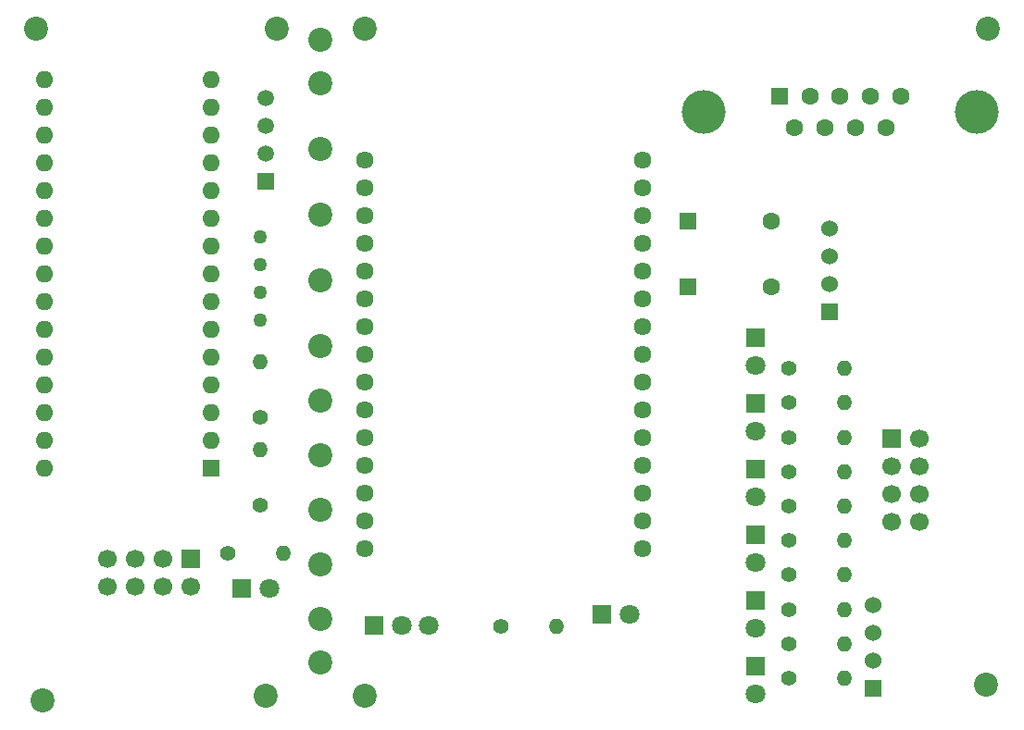
<source format=gbs>
G04 #@! TF.GenerationSoftware,KiCad,Pcbnew,9.0.1*
G04 #@! TF.CreationDate,2025-05-10T06:39:10-07:00*
G04 #@! TF.ProjectId,ARDU_RF_TEMP,41524455-5f52-4465-9f54-454d502e6b69,rev?*
G04 #@! TF.SameCoordinates,Original*
G04 #@! TF.FileFunction,Soldermask,Bot*
G04 #@! TF.FilePolarity,Negative*
%FSLAX46Y46*%
G04 Gerber Fmt 4.6, Leading zero omitted, Abs format (unit mm)*
G04 Created by KiCad (PCBNEW 9.0.1) date 2025-05-10 06:39:10*
%MOMM*%
%LPD*%
G01*
G04 APERTURE LIST*
G04 Aperture macros list*
%AMRoundRect*
0 Rectangle with rounded corners*
0 $1 Rounding radius*
0 $2 $3 $4 $5 $6 $7 $8 $9 X,Y pos of 4 corners*
0 Add a 4 corners polygon primitive as box body*
4,1,4,$2,$3,$4,$5,$6,$7,$8,$9,$2,$3,0*
0 Add four circle primitives for the rounded corners*
1,1,$1+$1,$2,$3*
1,1,$1+$1,$4,$5*
1,1,$1+$1,$6,$7*
1,1,$1+$1,$8,$9*
0 Add four rect primitives between the rounded corners*
20,1,$1+$1,$2,$3,$4,$5,0*
20,1,$1+$1,$4,$5,$6,$7,0*
20,1,$1+$1,$6,$7,$8,$9,0*
20,1,$1+$1,$8,$9,$2,$3,0*%
G04 Aperture macros list end*
%ADD10R,1.800000X1.800000*%
%ADD11C,1.800000*%
%ADD12C,1.400000*%
%ADD13O,1.400000X1.400000*%
%ADD14RoundRect,0.250000X-0.550000X-0.550000X0.550000X-0.550000X0.550000X0.550000X-0.550000X0.550000X0*%
%ADD15C,1.600000*%
%ADD16C,2.200000*%
%ADD17R,1.600000X1.600000*%
%ADD18O,1.600000X1.600000*%
%ADD19R,1.500000X1.500000*%
%ADD20C,1.500000*%
%ADD21C,4.000000*%
%ADD22C,1.612000*%
%ADD23R,1.524000X1.524000*%
%ADD24C,1.524000*%
%ADD25C,1.270000*%
%ADD26R,1.700000X1.700000*%
%ADD27C,1.700000*%
G04 APERTURE END LIST*
D10*
X34730000Y-67165000D03*
D11*
X37270000Y-67165000D03*
D12*
X33460000Y-64000000D03*
D13*
X38540000Y-64000000D03*
D12*
X84820000Y-47067500D03*
D13*
X89900000Y-47067500D03*
D10*
X81735000Y-62277500D03*
D11*
X81735000Y-64817500D03*
D14*
X75595000Y-33580000D03*
D15*
X83215000Y-33580000D03*
D12*
X36500000Y-51540000D03*
D13*
X36500000Y-46460000D03*
D10*
X81735000Y-74297500D03*
D11*
X81735000Y-76837500D03*
D16*
X46000000Y-16000000D03*
D10*
X81735000Y-44247500D03*
D11*
X81735000Y-46787500D03*
D16*
X46000000Y-77000000D03*
D12*
X84820000Y-53367500D03*
D13*
X89900000Y-53367500D03*
D12*
X84820000Y-59667500D03*
D13*
X89900000Y-59667500D03*
D17*
X32000000Y-56160000D03*
D18*
X32000000Y-53620000D03*
X32000000Y-51080000D03*
X32000000Y-48540000D03*
X32000000Y-46000000D03*
X32000000Y-43460000D03*
X32000000Y-40920000D03*
X32000000Y-38380000D03*
X32000000Y-35840000D03*
X32000000Y-33300000D03*
X32000000Y-30760000D03*
X32000000Y-28220000D03*
X32000000Y-25680000D03*
X32000000Y-23140000D03*
X32000000Y-20600000D03*
X16760000Y-20600000D03*
X16760000Y-23140000D03*
X16760000Y-25680000D03*
X16760000Y-28220000D03*
X16760000Y-30760000D03*
X16760000Y-33300000D03*
X16760000Y-35840000D03*
X16760000Y-38380000D03*
X16760000Y-40920000D03*
X16760000Y-43460000D03*
X16760000Y-46000000D03*
X16760000Y-48540000D03*
X16760000Y-51080000D03*
X16760000Y-53620000D03*
X16760000Y-56160000D03*
D19*
X37000000Y-29940000D03*
D20*
X37000000Y-27400000D03*
X37000000Y-24860000D03*
X37000000Y-22320000D03*
D12*
X36500000Y-59540000D03*
D13*
X36500000Y-54460000D03*
D12*
X84820000Y-50217500D03*
D13*
X89900000Y-50217500D03*
D10*
X67730000Y-69580000D03*
D11*
X70270000Y-69580000D03*
D12*
X84820000Y-69117500D03*
D13*
X89900000Y-69117500D03*
D16*
X42000000Y-74000000D03*
X38000000Y-16000000D03*
D21*
X77000000Y-23580000D03*
X102000000Y-23580000D03*
D17*
X83960000Y-22160000D03*
D15*
X86730000Y-22160000D03*
X89500000Y-22160000D03*
X92270000Y-22160000D03*
X95040000Y-22160000D03*
X85345000Y-25000000D03*
X88115000Y-25000000D03*
X90885000Y-25000000D03*
X93655000Y-25000000D03*
D16*
X103000000Y-16000000D03*
X42000000Y-17000000D03*
X16580000Y-77460000D03*
D14*
X75595000Y-39580000D03*
D15*
X83215000Y-39580000D03*
D22*
X71400000Y-63560000D03*
X71400000Y-61020000D03*
X71400000Y-58480000D03*
X71400000Y-55940000D03*
X71400000Y-53400000D03*
X71400000Y-50860000D03*
X71400000Y-48320000D03*
X71400000Y-45780000D03*
X71400000Y-43240000D03*
X71400000Y-40700000D03*
X71400000Y-38160000D03*
X71400000Y-35620000D03*
X71400000Y-33080000D03*
X71400000Y-30540000D03*
X71400000Y-28000000D03*
X46000000Y-28000000D03*
X46000000Y-30540000D03*
X46000000Y-33080000D03*
X46000000Y-35620000D03*
X46000000Y-38160000D03*
X46000000Y-40700000D03*
X46000000Y-43240000D03*
X46000000Y-45780000D03*
X46000000Y-48320000D03*
X46000000Y-50860000D03*
X46000000Y-53400000D03*
X46000000Y-55940000D03*
X46000000Y-58480000D03*
X46000000Y-61020000D03*
X46000000Y-63560000D03*
D10*
X81735000Y-68287500D03*
D11*
X81735000Y-70827500D03*
D16*
X42000000Y-27000000D03*
D12*
X84820000Y-56517500D03*
D13*
X89900000Y-56517500D03*
D16*
X42000000Y-60000000D03*
D10*
X81735000Y-50257500D03*
D11*
X81735000Y-52797500D03*
D12*
X84820000Y-72267500D03*
D13*
X89900000Y-72267500D03*
D16*
X42000000Y-33000000D03*
D23*
X92489800Y-76377500D03*
D24*
X92489800Y-73837500D03*
X92489800Y-71297500D03*
X92489800Y-68757500D03*
D23*
X88489800Y-41877500D03*
D24*
X88489800Y-39337500D03*
X88489800Y-36797500D03*
X88489800Y-34257500D03*
D10*
X81735000Y-56267500D03*
D11*
X81735000Y-58807500D03*
D10*
X46900000Y-70580000D03*
D11*
X49400000Y-70580000D03*
X51900000Y-70580000D03*
D16*
X16000000Y-16000000D03*
X37000000Y-77000000D03*
X42000000Y-45000000D03*
D25*
X36500000Y-42620000D03*
X36500000Y-40080000D03*
X36500000Y-37540000D03*
X36500000Y-35000000D03*
D12*
X84820000Y-75417500D03*
D13*
X89900000Y-75417500D03*
D16*
X42000000Y-70000000D03*
D26*
X30080000Y-64460000D03*
D27*
X30080000Y-67000000D03*
X27540000Y-64460000D03*
X27540000Y-67000000D03*
X25000000Y-64460000D03*
X25000000Y-67000000D03*
X22460000Y-64460000D03*
X22460000Y-67000000D03*
D16*
X42000000Y-21000000D03*
X42000000Y-65000000D03*
X42000000Y-50000000D03*
D12*
X84820000Y-62817500D03*
D13*
X89900000Y-62817500D03*
D16*
X42000000Y-39000000D03*
X102853000Y-76000000D03*
D12*
X84820000Y-65967500D03*
D13*
X89900000Y-65967500D03*
D26*
X94210500Y-53447500D03*
D27*
X96750500Y-53447500D03*
X94210500Y-55987500D03*
X96750500Y-55987500D03*
X94210500Y-58527500D03*
X96750500Y-58527500D03*
X94210500Y-61067500D03*
X96750500Y-61067500D03*
D16*
X42000000Y-55000000D03*
D12*
X58460000Y-70640000D03*
D13*
X63540000Y-70640000D03*
M02*

</source>
